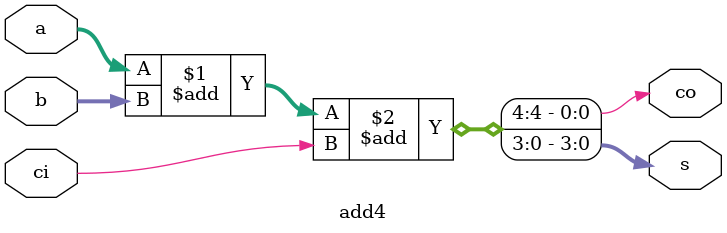
<source format=v>
module add4 (s, co, a, b, ci);
    //I/O Ports
    output [3:0] s;
    output co;
    input [3:0] a, b;
    input ci;

    //Behavioral
    assign {co, s} = a + b + ci;
endmodule
</source>
